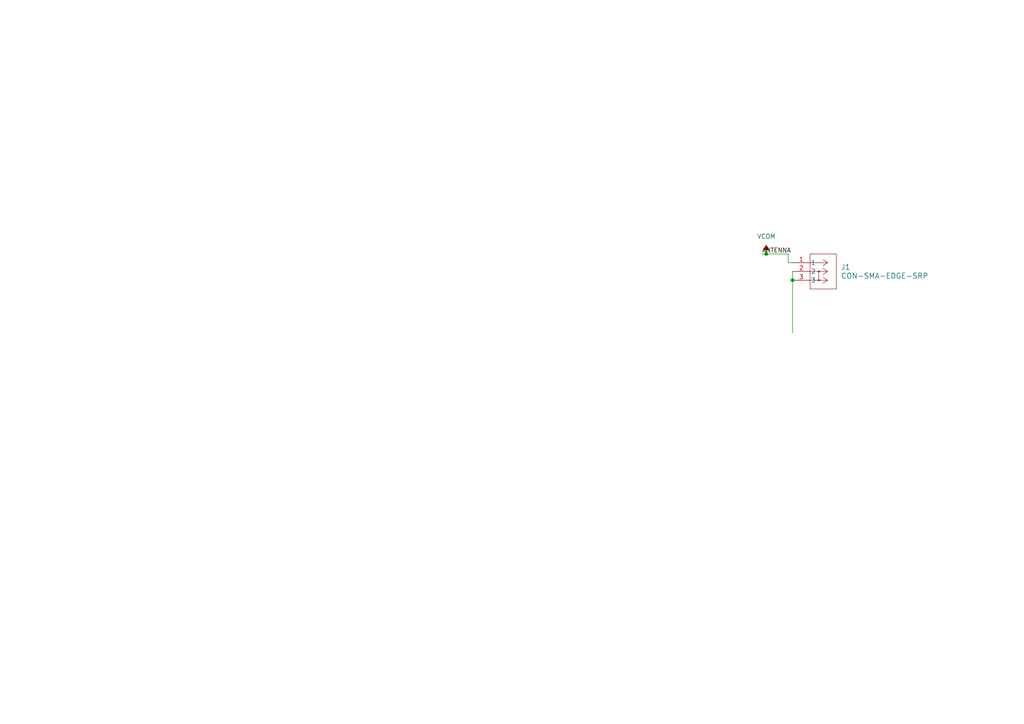
<source format=kicad_sch>
(kicad_sch
	(version 20250114)
	(generator "eeschema")
	(generator_version "9.0")
	(uuid "f3b6c4e6-c8f4-472a-863e-02a047846ae7")
	(paper "A4")
	(lib_symbols
		(symbol "SMA_EdgeLaunch:CON-SMA-EDGE-SRP"
			(pin_names
				(offset 0.254)
			)
			(exclude_from_sim no)
			(in_bom yes)
			(on_board yes)
			(property "Reference" "J"
				(at 8.89 6.35 0)
				(effects
					(font
						(size 1.524 1.524)
					)
				)
			)
			(property "Value" "CON-SMA-EDGE-SRP"
				(at 0 0 0)
				(effects
					(font
						(size 1.524 1.524)
					)
				)
			)
			(property "Footprint" "CON-SMA-EDGE-SRP_RFS"
				(at 0 0 0)
				(effects
					(font
						(size 1.27 1.27)
						(italic yes)
					)
					(hide yes)
				)
			)
			(property "Datasheet" "CON-SMA-EDGE-SRP"
				(at 0 0 0)
				(effects
					(font
						(size 1.27 1.27)
						(italic yes)
					)
					(hide yes)
				)
			)
			(property "Description" ""
				(at 0 0 0)
				(effects
					(font
						(size 1.27 1.27)
					)
					(hide yes)
				)
			)
			(property "ki_locked" ""
				(at 0 0 0)
				(effects
					(font
						(size 1.27 1.27)
					)
				)
			)
			(property "ki_keywords" "CON-SMA-EDGE-SRP"
				(at 0 0 0)
				(effects
					(font
						(size 1.27 1.27)
					)
					(hide yes)
				)
			)
			(property "ki_fp_filters" "CON-SMA-EDGE-SRP_RFS"
				(at 0 0 0)
				(effects
					(font
						(size 1.27 1.27)
					)
					(hide yes)
				)
			)
			(symbol "CON-SMA-EDGE-SRP_1_1"
				(polyline
					(pts
						(xy 5.08 2.54) (xy 5.08 -7.62)
					)
					(stroke
						(width 0.127)
						(type default)
					)
					(fill
						(type none)
					)
				)
				(polyline
					(pts
						(xy 5.08 -7.62) (xy 12.7 -7.62)
					)
					(stroke
						(width 0.127)
						(type default)
					)
					(fill
						(type none)
					)
				)
				(polyline
					(pts
						(xy 7.62 -2.54) (xy 7.62 -5.08)
					)
					(stroke
						(width 0.127)
						(type default)
					)
					(fill
						(type none)
					)
				)
				(circle
					(center 7.62 -2.54)
					(radius 0.127)
					(stroke
						(width 0.254)
						(type default)
					)
					(fill
						(type none)
					)
				)
				(circle
					(center 7.62 -5.08)
					(radius 0.127)
					(stroke
						(width 0.254)
						(type default)
					)
					(fill
						(type none)
					)
				)
				(polyline
					(pts
						(xy 10.16 0) (xy 5.08 0)
					)
					(stroke
						(width 0.127)
						(type default)
					)
					(fill
						(type none)
					)
				)
				(polyline
					(pts
						(xy 10.16 0) (xy 8.89 0.8467)
					)
					(stroke
						(width 0.127)
						(type default)
					)
					(fill
						(type none)
					)
				)
				(polyline
					(pts
						(xy 10.16 0) (xy 8.89 -0.8467)
					)
					(stroke
						(width 0.127)
						(type default)
					)
					(fill
						(type none)
					)
				)
				(polyline
					(pts
						(xy 10.16 -2.54) (xy 5.08 -2.54)
					)
					(stroke
						(width 0.127)
						(type default)
					)
					(fill
						(type none)
					)
				)
				(polyline
					(pts
						(xy 10.16 -2.54) (xy 8.89 -1.6933)
					)
					(stroke
						(width 0.127)
						(type default)
					)
					(fill
						(type none)
					)
				)
				(polyline
					(pts
						(xy 10.16 -2.54) (xy 8.89 -3.3867)
					)
					(stroke
						(width 0.127)
						(type default)
					)
					(fill
						(type none)
					)
				)
				(polyline
					(pts
						(xy 10.16 -5.08) (xy 5.08 -5.08)
					)
					(stroke
						(width 0.127)
						(type default)
					)
					(fill
						(type none)
					)
				)
				(polyline
					(pts
						(xy 10.16 -5.08) (xy 8.89 -4.2333)
					)
					(stroke
						(width 0.127)
						(type default)
					)
					(fill
						(type none)
					)
				)
				(polyline
					(pts
						(xy 10.16 -5.08) (xy 8.89 -5.9267)
					)
					(stroke
						(width 0.127)
						(type default)
					)
					(fill
						(type none)
					)
				)
				(polyline
					(pts
						(xy 12.7 2.54) (xy 5.08 2.54)
					)
					(stroke
						(width 0.127)
						(type default)
					)
					(fill
						(type none)
					)
				)
				(polyline
					(pts
						(xy 12.7 -7.62) (xy 12.7 2.54)
					)
					(stroke
						(width 0.127)
						(type default)
					)
					(fill
						(type none)
					)
				)
				(pin unspecified line
					(at 0 0 0)
					(length 5.08)
					(name "1"
						(effects
							(font
								(size 1.27 1.27)
							)
						)
					)
					(number "1"
						(effects
							(font
								(size 1.27 1.27)
							)
						)
					)
				)
				(pin unspecified line
					(at 0 -2.54 0)
					(length 5.08)
					(name "2"
						(effects
							(font
								(size 1.27 1.27)
							)
						)
					)
					(number "2"
						(effects
							(font
								(size 1.27 1.27)
							)
						)
					)
				)
				(pin unspecified line
					(at 0 -5.08 0)
					(length 5.08)
					(name "3"
						(effects
							(font
								(size 1.27 1.27)
							)
						)
					)
					(number "3"
						(effects
							(font
								(size 1.27 1.27)
							)
						)
					)
				)
			)
			(symbol "CON-SMA-EDGE-SRP_1_2"
				(polyline
					(pts
						(xy 5.08 2.54) (xy 5.08 -7.62)
					)
					(stroke
						(width 0.127)
						(type default)
					)
					(fill
						(type none)
					)
				)
				(polyline
					(pts
						(xy 5.08 -7.62) (xy 12.7 -7.62)
					)
					(stroke
						(width 0.127)
						(type default)
					)
					(fill
						(type none)
					)
				)
				(polyline
					(pts
						(xy 6.35 -2.54) (xy 6.35 -5.08)
					)
					(stroke
						(width 0.127)
						(type default)
					)
					(fill
						(type none)
					)
				)
				(circle
					(center 6.35 -2.54)
					(radius 0.127)
					(stroke
						(width 0.254)
						(type default)
					)
					(fill
						(type none)
					)
				)
				(circle
					(center 6.35 -5.08)
					(radius 0.127)
					(stroke
						(width 0.254)
						(type default)
					)
					(fill
						(type none)
					)
				)
				(polyline
					(pts
						(xy 7.62 0) (xy 5.08 0)
					)
					(stroke
						(width 0.127)
						(type default)
					)
					(fill
						(type none)
					)
				)
				(polyline
					(pts
						(xy 7.62 0) (xy 8.89 0.8467)
					)
					(stroke
						(width 0.127)
						(type default)
					)
					(fill
						(type none)
					)
				)
				(polyline
					(pts
						(xy 7.62 0) (xy 8.89 -0.8467)
					)
					(stroke
						(width 0.127)
						(type default)
					)
					(fill
						(type none)
					)
				)
				(polyline
					(pts
						(xy 7.62 -2.54) (xy 5.08 -2.54)
					)
					(stroke
						(width 0.127)
						(type default)
					)
					(fill
						(type none)
					)
				)
				(polyline
					(pts
						(xy 7.62 -2.54) (xy 8.89 -1.6933)
					)
					(stroke
						(width 0.127)
						(type default)
					)
					(fill
						(type none)
					)
				)
				(polyline
					(pts
						(xy 7.62 -2.54) (xy 8.89 -3.3867)
					)
					(stroke
						(width 0.127)
						(type default)
					)
					(fill
						(type none)
					)
				)
				(polyline
					(pts
						(xy 7.62 -5.08) (xy 5.08 -5.08)
					)
					(stroke
						(width 0.127)
						(type default)
					)
					(fill
						(type none)
					)
				)
				(polyline
					(pts
						(xy 7.62 -5.08) (xy 8.89 -4.2333)
					)
					(stroke
						(width 0.127)
						(type default)
					)
					(fill
						(type none)
					)
				)
				(polyline
					(pts
						(xy 7.62 -5.08) (xy 8.89 -5.9267)
					)
					(stroke
						(width 0.127)
						(type default)
					)
					(fill
						(type none)
					)
				)
				(polyline
					(pts
						(xy 12.7 2.54) (xy 5.08 2.54)
					)
					(stroke
						(width 0.127)
						(type default)
					)
					(fill
						(type none)
					)
				)
				(polyline
					(pts
						(xy 12.7 -7.62) (xy 12.7 2.54)
					)
					(stroke
						(width 0.127)
						(type default)
					)
					(fill
						(type none)
					)
				)
				(pin unspecified line
					(at 0 0 0)
					(length 5.08)
					(name "1"
						(effects
							(font
								(size 1.27 1.27)
							)
						)
					)
					(number "1"
						(effects
							(font
								(size 1.27 1.27)
							)
						)
					)
				)
				(pin unspecified line
					(at 0 -2.54 0)
					(length 5.08)
					(name "2"
						(effects
							(font
								(size 1.27 1.27)
							)
						)
					)
					(number "2"
						(effects
							(font
								(size 1.27 1.27)
							)
						)
					)
				)
				(pin unspecified line
					(at 0 -5.08 0)
					(length 5.08)
					(name "3"
						(effects
							(font
								(size 1.27 1.27)
							)
						)
					)
					(number "3"
						(effects
							(font
								(size 1.27 1.27)
							)
						)
					)
				)
			)
			(embedded_fonts no)
		)
		(symbol "power:VCOM"
			(power)
			(pin_numbers
				(hide yes)
			)
			(pin_names
				(offset 0)
				(hide yes)
			)
			(exclude_from_sim no)
			(in_bom yes)
			(on_board yes)
			(property "Reference" "#PWR"
				(at 0 -3.81 0)
				(effects
					(font
						(size 1.27 1.27)
					)
					(hide yes)
				)
			)
			(property "Value" "VCOM"
				(at 0 3.556 0)
				(effects
					(font
						(size 1.27 1.27)
					)
				)
			)
			(property "Footprint" ""
				(at 0 0 0)
				(effects
					(font
						(size 1.27 1.27)
					)
					(hide yes)
				)
			)
			(property "Datasheet" ""
				(at 0 0 0)
				(effects
					(font
						(size 1.27 1.27)
					)
					(hide yes)
				)
			)
			(property "Description" "Power symbol creates a global label with name \"VCOM\""
				(at 0 0 0)
				(effects
					(font
						(size 1.27 1.27)
					)
					(hide yes)
				)
			)
			(property "ki_keywords" "global power"
				(at 0 0 0)
				(effects
					(font
						(size 1.27 1.27)
					)
					(hide yes)
				)
			)
			(symbol "VCOM_0_1"
				(polyline
					(pts
						(xy 0 0) (xy 0 2.54)
					)
					(stroke
						(width 0)
						(type default)
					)
					(fill
						(type none)
					)
				)
				(polyline
					(pts
						(xy 0.762 1.27) (xy -0.762 1.27) (xy 0 2.54) (xy 0.762 1.27)
					)
					(stroke
						(width 0)
						(type default)
					)
					(fill
						(type outline)
					)
				)
			)
			(symbol "VCOM_1_1"
				(pin power_in line
					(at 0 0 90)
					(length 0)
					(name "~"
						(effects
							(font
								(size 1.27 1.27)
							)
						)
					)
					(number "1"
						(effects
							(font
								(size 1.27 1.27)
							)
						)
					)
				)
			)
			(embedded_fonts no)
		)
	)
	(junction
		(at 222.25 73.66)
		(diameter 0)
		(color 0 0 0 0)
		(uuid "1fe97dc7-733a-4173-a5d7-21dfa9b2c533")
	)
	(junction
		(at 229.87 81.28)
		(diameter 0)
		(color 0 0 0 0)
		(uuid "243242bb-c6fc-48db-9198-2e67fd263b5f")
	)
	(wire
		(pts
			(xy 228.6 73.66) (xy 228.6 76.2)
		)
		(stroke
			(width 0)
			(type default)
		)
		(uuid "0d20c84b-d924-46f8-a4fa-dbee2fb95dd1")
	)
	(wire
		(pts
			(xy 220.98 73.66) (xy 222.25 73.66)
		)
		(stroke
			(width 0)
			(type default)
		)
		(uuid "1e6bf641-aa97-484e-a786-0d663de8e6b9")
	)
	(wire
		(pts
			(xy 228.6 76.2) (xy 229.87 76.2)
		)
		(stroke
			(width 0)
			(type default)
		)
		(uuid "7293ad25-ee4d-46d6-a996-e1fefbb2841d")
	)
	(wire
		(pts
			(xy 229.87 78.74) (xy 229.87 81.28)
		)
		(stroke
			(width 0)
			(type default)
		)
		(uuid "7c7358cc-b3e8-44e7-b523-6c38ed049e18")
	)
	(wire
		(pts
			(xy 222.25 73.66) (xy 228.6 73.66)
		)
		(stroke
			(width 0)
			(type default)
		)
		(uuid "a02760e6-3207-4cb6-b554-cedec73a4a39")
	)
	(wire
		(pts
			(xy 229.87 96.52) (xy 229.87 81.28)
		)
		(stroke
			(width 0)
			(type default)
		)
		(uuid "c9d0f77b-0340-4df0-af70-3065d05089f5")
	)
	(label "ANTENNA"
		(at 220.98 73.66 0)
		(fields_autoplaced yes)
		(effects
			(font
				(size 1.27 1.27)
			)
			(justify left bottom)
		)
		(uuid "0ee82468-7101-4030-a40a-493008fb98a9")
		(property "ANTENNA" ""
			(at 220.98 74.93 0)
			(effects
				(font
					(size 1.27 1.27)
					(italic yes)
				)
				(justify left)
			)
		)
	)
	(symbol
		(lib_id "SMA_EdgeLaunch:CON-SMA-EDGE-SRP")
		(at 229.87 76.2 0)
		(unit 1)
		(exclude_from_sim no)
		(in_bom yes)
		(on_board yes)
		(dnp no)
		(fields_autoplaced yes)
		(uuid "7d3af733-f508-485e-ad18-b0f0bbe59456")
		(property "Reference" "J1"
			(at 243.84 77.4699 0)
			(effects
				(font
					(size 1.524 1.524)
				)
				(justify left)
			)
		)
		(property "Value" "CON-SMA-EDGE-SRP"
			(at 243.84 80.0099 0)
			(effects
				(font
					(size 1.524 1.524)
				)
				(justify left)
			)
		)
		(property "Footprint" "CON-SMA-EDGE-SRP_RFS"
			(at 229.87 76.2 0)
			(effects
				(font
					(size 1.27 1.27)
					(italic yes)
				)
				(hide yes)
			)
		)
		(property "Datasheet" "CON-SMA-EDGE-SRP"
			(at 229.87 76.2 0)
			(effects
				(font
					(size 1.27 1.27)
					(italic yes)
				)
				(hide yes)
			)
		)
		(property "Description" ""
			(at 229.87 76.2 0)
			(effects
				(font
					(size 1.27 1.27)
				)
				(hide yes)
			)
		)
		(pin "1"
			(uuid "1b5ab160-8c87-4da1-8577-c9a4799eab15")
		)
		(pin "3"
			(uuid "a4218dcc-d45e-4532-923c-a49f56148d03")
		)
		(pin "2"
			(uuid "8b81f222-4272-4a90-8fd2-6d65c29dbffa")
		)
		(instances
			(project ""
				(path "/f3b6c4e6-c8f4-472a-863e-02a047846ae7"
					(reference "J1")
					(unit 1)
				)
			)
		)
	)
	(symbol
		(lib_id "power:VCOM")
		(at 222.25 73.66 0)
		(unit 1)
		(exclude_from_sim no)
		(in_bom yes)
		(on_board yes)
		(dnp no)
		(fields_autoplaced yes)
		(uuid "8a7bb0ec-9499-4d89-9f49-b9c2a67b34a9")
		(property "Reference" "#PWR02"
			(at 222.25 77.47 0)
			(effects
				(font
					(size 1.27 1.27)
				)
				(hide yes)
			)
		)
		(property "Value" "VCOM"
			(at 222.25 68.58 0)
			(effects
				(font
					(size 1.27 1.27)
				)
			)
		)
		(property "Footprint" ""
			(at 222.25 73.66 0)
			(effects
				(font
					(size 1.27 1.27)
				)
				(hide yes)
			)
		)
		(property "Datasheet" ""
			(at 222.25 73.66 0)
			(effects
				(font
					(size 1.27 1.27)
				)
				(hide yes)
			)
		)
		(property "Description" "Power symbol creates a global label with name \"VCOM\""
			(at 222.25 73.66 0)
			(effects
				(font
					(size 1.27 1.27)
				)
				(hide yes)
			)
		)
		(pin "1"
			(uuid "a537bc7d-2006-4153-854c-783cc7846786")
		)
		(instances
			(project ""
				(path "/f3b6c4e6-c8f4-472a-863e-02a047846ae7"
					(reference "#PWR02")
					(unit 1)
				)
			)
		)
	)
	(sheet_instances
		(path "/"
			(page "1")
		)
	)
	(embedded_fonts no)
)

</source>
